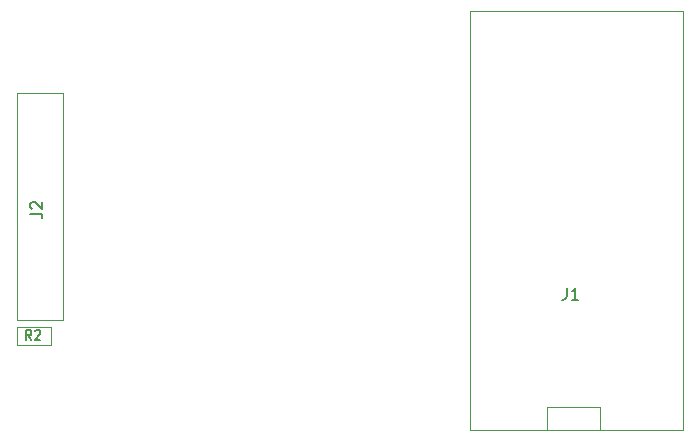
<source format=gbr>
G04 #@! TF.FileFunction,Other,Fab,Top*
%FSLAX46Y46*%
G04 Gerber Fmt 4.6, Leading zero omitted, Abs format (unit mm)*
G04 Created by KiCad (PCBNEW 4.0.4-1.fc25-product) date Wed Mar 29 04:27:01 2017*
%MOMM*%
%LPD*%
G01*
G04 APERTURE LIST*
%ADD10C,0.100000*%
%ADD11C,0.050000*%
%ADD12C,0.040640*%
%ADD13C,0.150000*%
G04 APERTURE END LIST*
D10*
D11*
X155219400Y-79997700D02*
X155219400Y-81997700D01*
X159719400Y-79997700D02*
X155219400Y-79997700D01*
X159719400Y-81997700D02*
X159719400Y-79997700D01*
X166719400Y-46497700D02*
X148719400Y-46497700D01*
X166719400Y-81997700D02*
X166719400Y-46497700D01*
X148719400Y-81997700D02*
X166719400Y-81997700D01*
X148719400Y-46497700D02*
X148719400Y-81997700D01*
D12*
X110389520Y-53478760D02*
X114239520Y-53478760D01*
X110389520Y-53478760D02*
X110389520Y-72628760D01*
X110389520Y-72628760D02*
X114239520Y-72628760D01*
X114239520Y-72628760D02*
X114239520Y-53478760D01*
D11*
X113255720Y-74775760D02*
X110355720Y-74775760D01*
X113255720Y-74775760D02*
X113255720Y-73275760D01*
X110355720Y-74775760D02*
X110355720Y-73275760D01*
X113255720Y-73275760D02*
X110355720Y-73275760D01*
D13*
X156886067Y-69950081D02*
X156886067Y-70664367D01*
X156838447Y-70807224D01*
X156743209Y-70902462D01*
X156600352Y-70950081D01*
X156505114Y-70950081D01*
X157886067Y-70950081D02*
X157314638Y-70950081D01*
X157600352Y-70950081D02*
X157600352Y-69950081D01*
X157505114Y-70092938D01*
X157409876Y-70188176D01*
X157314638Y-70235795D01*
X111491901Y-63662093D02*
X112206187Y-63662093D01*
X112349044Y-63709713D01*
X112444282Y-63804951D01*
X112491901Y-63947808D01*
X112491901Y-64043046D01*
X111587139Y-63233522D02*
X111539520Y-63185903D01*
X111491901Y-63090665D01*
X111491901Y-62852569D01*
X111539520Y-62757331D01*
X111587139Y-62709712D01*
X111682377Y-62662093D01*
X111777615Y-62662093D01*
X111920472Y-62709712D01*
X112491901Y-63281141D01*
X112491901Y-62662093D01*
X111582387Y-74347665D02*
X111315720Y-73966712D01*
X111125244Y-74347665D02*
X111125244Y-73547665D01*
X111430006Y-73547665D01*
X111506197Y-73585760D01*
X111544292Y-73623855D01*
X111582387Y-73700046D01*
X111582387Y-73814331D01*
X111544292Y-73890522D01*
X111506197Y-73928617D01*
X111430006Y-73966712D01*
X111125244Y-73966712D01*
X111887149Y-73623855D02*
X111925244Y-73585760D01*
X112001435Y-73547665D01*
X112191911Y-73547665D01*
X112268101Y-73585760D01*
X112306197Y-73623855D01*
X112344292Y-73700046D01*
X112344292Y-73776236D01*
X112306197Y-73890522D01*
X111849054Y-74347665D01*
X112344292Y-74347665D01*
M02*

</source>
